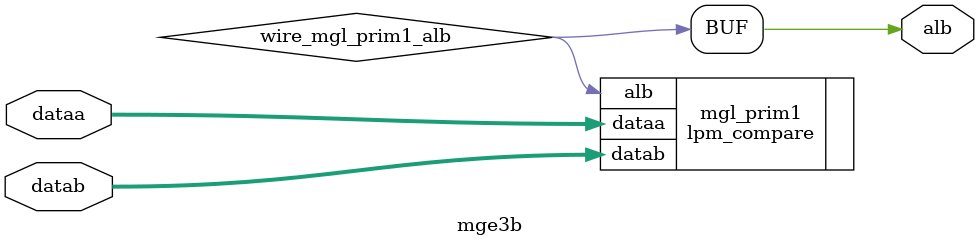
<source format=v>






//synthesis_resources = lpm_compare 1 
//synopsys translate_off
`timescale 1 ps / 1 ps
//synopsys translate_on
module  mge3b
	( 
	alb,
	dataa,
	datab) /* synthesis synthesis_clearbox=1 */;
	output   alb;
	input   [8:0]  dataa;
	input   [8:0]  datab;

	wire  wire_mgl_prim1_alb;

	lpm_compare   mgl_prim1
	( 
	.alb(wire_mgl_prim1_alb),
	.dataa(dataa),
	.datab(datab));
	defparam
		mgl_prim1.lpm_representation = "SIGNED",
		mgl_prim1.lpm_type = "LPM_COMPARE",
		mgl_prim1.lpm_width = 9;
	assign
		alb = wire_mgl_prim1_alb;
endmodule //mge3b
//VALID FILE

</source>
